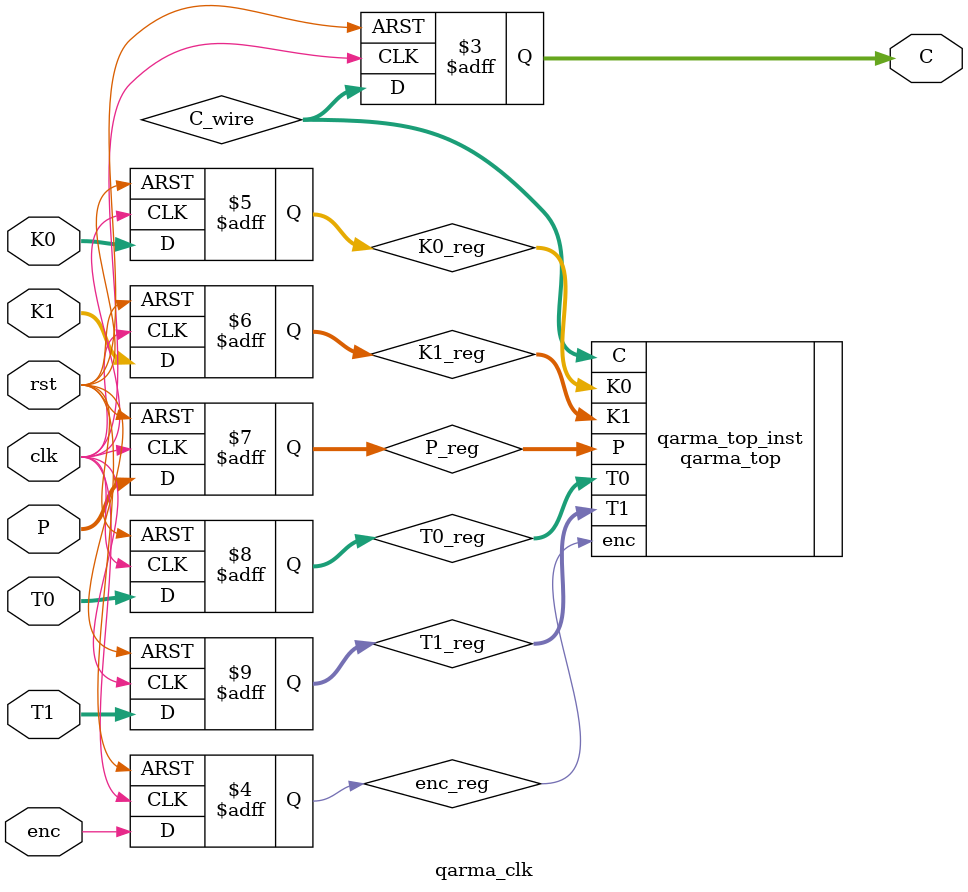
<source format=v>

module qarma_clk
	(clk, rst, enc, K0, K1, P, T0, T1, C);
    input clk;
	input rst;
    input enc;
    localparam n = 128;
	input [n-1:0] K0;
    input [n-1:0] K1; 
    input [n-1:0] P;
    input [n-1:0] T0; 
    input [n-1:0] T1; 
    output [n-1:0] C;
    reg [n-1:0] C;

 
    wire [n-1:0] C_wire;

    reg enc_reg;
    reg [n-1:0] K0_reg;
    reg [n-1:0] K1_reg; 
    reg [n-1:0] P_reg;
    reg [n-1:0] T0_reg; 
    reg [n-1:0] T1_reg; 
	qarma_top
    qarma_top_inst
    (
        .enc(enc_reg),
        .K0(K0_reg), 
        .K1(K1_reg), 
        .P(P_reg), 
        .T0(T0_reg), 
        .T1(T1_reg), 
        .C(C_wire)
    );

	always@(posedge clk or negedge rst) begin: aclk
        if (rst == 0) begin: b1
            enc_reg <= 0;
            K0_reg <= 0;
            K1_reg <= 0; 
            P_reg <= 0;
            T0_reg <= 0; 
            T1_reg <= 0; 
            C <= 0;
        end
        else begin: b2
         enc_reg <= enc;
          K0_reg <= K0;
            K1_reg <= K1; 
            P_reg <= P;
            T0_reg <= T0; 
            T1_reg <= T1; 
            C <= C_wire;
        end

    end
	
endmodule
</source>
